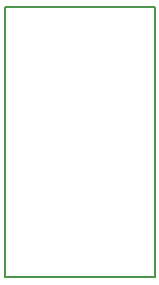
<source format=gko>
G04 #@! TF.FileFunction,Profile,NP*
%FSLAX46Y46*%
G04 Gerber Fmt 4.6, Leading zero omitted, Abs format (unit mm)*
G04 Created by KiCad (PCBNEW 4.0.7-e2-6376~58~ubuntu16.04.1) date Sat Jan 13 09:32:06 2018*
%MOMM*%
%LPD*%
G01*
G04 APERTURE LIST*
%ADD10C,0.100000*%
%ADD11C,0.150000*%
G04 APERTURE END LIST*
D10*
D11*
X154940000Y-93980000D02*
X154940000Y-99060000D01*
X142240000Y-93980000D02*
X154940000Y-93980000D01*
X142240000Y-116840000D02*
X142240000Y-93980000D01*
X154940000Y-116840000D02*
X142240000Y-116840000D01*
X154940000Y-99060000D02*
X154940000Y-116840000D01*
M02*

</source>
